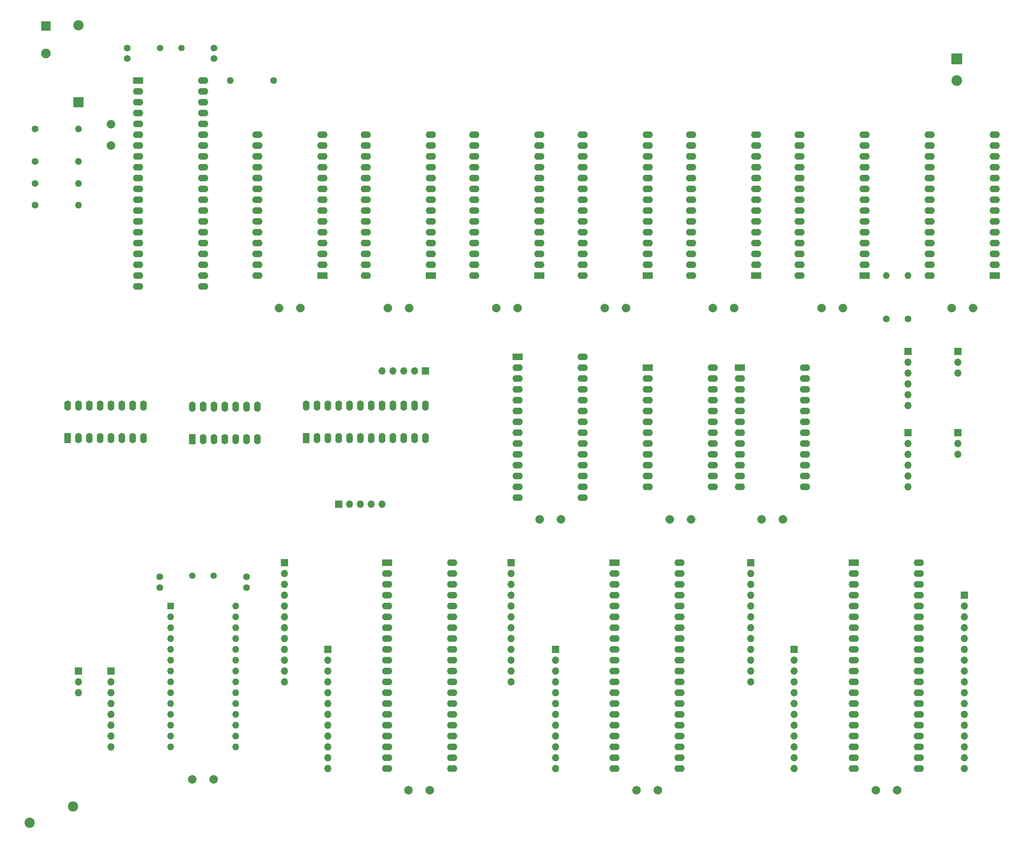
<source format=gts>
G04 #@! TF.GenerationSoftware,KiCad,Pcbnew,8.0.7*
G04 #@! TF.CreationDate,2025-01-05T11:59:37+01:00*
G04 #@! TF.ProjectId,CPU_X-3,4350555f-582d-4332-9e6b-696361645f70,2*
G04 #@! TF.SameCoordinates,Original*
G04 #@! TF.FileFunction,Soldermask,Top*
G04 #@! TF.FilePolarity,Negative*
%FSLAX46Y46*%
G04 Gerber Fmt 4.6, Leading zero omitted, Abs format (unit mm)*
G04 Created by KiCad (PCBNEW 8.0.7) date 2025-01-05 11:59:37*
%MOMM*%
%LPD*%
G01*
G04 APERTURE LIST*
%ADD10C,2.000000*%
%ADD11R,1.700000X1.700000*%
%ADD12O,1.700000X1.700000*%
%ADD13C,1.600000*%
%ADD14O,1.600000X1.600000*%
%ADD15R,1.600000X1.600000*%
%ADD16C,2.400000*%
%ADD17R,2.400000X1.600000*%
%ADD18O,2.400000X1.600000*%
%ADD19C,1.500000*%
%ADD20R,1.600000X2.400000*%
%ADD21O,1.600000X2.400000*%
%ADD22R,2.500000X2.500000*%
%ADD23C,2.500000*%
%ADD24R,2.400000X2.400000*%
%ADD25O,2.400000X2.400000*%
%ADD26R,2.250000X2.250000*%
%ADD27C,2.250000*%
G04 APERTURE END LIST*
D10*
X247730000Y-99060000D03*
X252730000Y-99060000D03*
D11*
X237490000Y-128270000D03*
D12*
X237490000Y-130810000D03*
X237490000Y-133350000D03*
X237490000Y-135890000D03*
X237490000Y-138430000D03*
X237490000Y-140970000D03*
D10*
X141050000Y-99060000D03*
X146050000Y-99060000D03*
D11*
X91440000Y-158750000D03*
D12*
X91440000Y-161290000D03*
X91440000Y-163830000D03*
X91440000Y-166370000D03*
X91440000Y-168910000D03*
X91440000Y-171450000D03*
X91440000Y-173990000D03*
X91440000Y-176530000D03*
X91440000Y-179070000D03*
X91440000Y-181610000D03*
X91440000Y-184150000D03*
X91440000Y-186690000D03*
D10*
X50800000Y-60960000D03*
X50800000Y-55960000D03*
D13*
X33020000Y-74930000D03*
D14*
X43180000Y-74930000D03*
D13*
X82550000Y-164572000D03*
X82550000Y-162072000D03*
D10*
X191810000Y-99060000D03*
X196810000Y-99060000D03*
D11*
X249174000Y-109220000D03*
D12*
X249174000Y-111760000D03*
X249174000Y-114300000D03*
D15*
X64770000Y-168910000D03*
D14*
X64770000Y-171450000D03*
X64770000Y-173990000D03*
X64770000Y-176530000D03*
X64770000Y-179070000D03*
X64770000Y-181610000D03*
X64770000Y-184150000D03*
X64770000Y-186690000D03*
X64770000Y-189230000D03*
X64770000Y-191770000D03*
X64770000Y-194310000D03*
X64770000Y-196850000D03*
X64770000Y-199390000D03*
X64770000Y-201930000D03*
X80010000Y-201930000D03*
X80010000Y-199390000D03*
X80010000Y-196850000D03*
X80010000Y-194310000D03*
X80010000Y-191770000D03*
X80010000Y-189230000D03*
X80010000Y-186690000D03*
X80010000Y-184150000D03*
X80010000Y-181610000D03*
X80010000Y-179070000D03*
X80010000Y-176530000D03*
X80010000Y-173990000D03*
X80010000Y-171450000D03*
X80010000Y-168910000D03*
D13*
X88900000Y-45720000D03*
D14*
X78740000Y-45720000D03*
D13*
X54610000Y-38100000D03*
X54610000Y-40600000D03*
D16*
X41910000Y-215900000D03*
D11*
X210820000Y-179070000D03*
D12*
X210820000Y-181610000D03*
X210820000Y-184150000D03*
X210820000Y-186690000D03*
X210820000Y-189230000D03*
X210820000Y-191770000D03*
X210820000Y-194310000D03*
X210820000Y-196850000D03*
X210820000Y-199390000D03*
X210820000Y-201930000D03*
X210820000Y-204470000D03*
X210820000Y-207010000D03*
D17*
X224790000Y-158750000D03*
D18*
X224790000Y-161290000D03*
X224790000Y-163830000D03*
X224790000Y-166370000D03*
X224790000Y-168910000D03*
X224790000Y-171450000D03*
X224790000Y-173990000D03*
X224790000Y-176530000D03*
X224790000Y-179070000D03*
X224790000Y-181610000D03*
X224790000Y-184150000D03*
X224790000Y-186690000D03*
X224790000Y-189230000D03*
X224790000Y-191770000D03*
X224790000Y-194310000D03*
X224790000Y-196850000D03*
X224790000Y-199390000D03*
X224790000Y-201930000D03*
X224790000Y-204470000D03*
X224790000Y-207010000D03*
X240030000Y-207010000D03*
X240030000Y-204470000D03*
X240030000Y-201930000D03*
X240030000Y-199390000D03*
X240030000Y-196850000D03*
X240030000Y-194310000D03*
X240030000Y-191770000D03*
X240030000Y-189230000D03*
X240030000Y-186690000D03*
X240030000Y-184150000D03*
X240030000Y-181610000D03*
X240030000Y-179070000D03*
X240030000Y-176530000D03*
X240030000Y-173990000D03*
X240030000Y-171450000D03*
X240030000Y-168910000D03*
X240030000Y-166370000D03*
X240030000Y-163830000D03*
X240030000Y-161290000D03*
X240030000Y-158750000D03*
D10*
X90170000Y-99060000D03*
X95170000Y-99060000D03*
D19*
X62312500Y-38100000D03*
X67312500Y-38100000D03*
D13*
X62230000Y-162072000D03*
X62230000Y-164572000D03*
D19*
X69850000Y-161798000D03*
X74850000Y-161798000D03*
D20*
X69850000Y-129794000D03*
D21*
X72390000Y-129794000D03*
X74930000Y-129794000D03*
X77470000Y-129794000D03*
X80010000Y-129794000D03*
X82550000Y-129794000D03*
X85090000Y-129794000D03*
X85090000Y-122174000D03*
X82550000Y-122174000D03*
X80010000Y-122174000D03*
X77470000Y-122174000D03*
X74930000Y-122174000D03*
X72390000Y-122174000D03*
X69850000Y-122174000D03*
D10*
X229950000Y-212090000D03*
X234950000Y-212090000D03*
X181690000Y-148590000D03*
X186690000Y-148590000D03*
D20*
X96520000Y-129540000D03*
D21*
X99060000Y-129540000D03*
X101600000Y-129540000D03*
X104140000Y-129540000D03*
X106680000Y-129540000D03*
X109220000Y-129540000D03*
X111760000Y-129540000D03*
X114300000Y-129540000D03*
X116840000Y-129540000D03*
X119380000Y-129540000D03*
X121920000Y-129540000D03*
X124460000Y-129540000D03*
X124460000Y-121920000D03*
X121920000Y-121920000D03*
X119380000Y-121920000D03*
X116840000Y-121920000D03*
X114300000Y-121920000D03*
X111760000Y-121920000D03*
X109220000Y-121920000D03*
X106680000Y-121920000D03*
X104140000Y-121920000D03*
X101600000Y-121920000D03*
X99060000Y-121920000D03*
X96520000Y-121920000D03*
D17*
X201930000Y-91440000D03*
D18*
X201930000Y-88900000D03*
X201930000Y-86360000D03*
X201930000Y-83820000D03*
X201930000Y-81280000D03*
X201930000Y-78740000D03*
X201930000Y-76200000D03*
X201930000Y-73660000D03*
X201930000Y-71120000D03*
X201930000Y-68580000D03*
X201930000Y-66040000D03*
X201930000Y-63500000D03*
X201930000Y-60960000D03*
X201930000Y-58420000D03*
X186690000Y-58420000D03*
X186690000Y-60960000D03*
X186690000Y-63500000D03*
X186690000Y-66040000D03*
X186690000Y-68580000D03*
X186690000Y-71120000D03*
X186690000Y-73660000D03*
X186690000Y-76200000D03*
X186690000Y-78740000D03*
X186690000Y-81280000D03*
X186690000Y-83820000D03*
X186690000Y-86360000D03*
X186690000Y-88900000D03*
X186690000Y-91440000D03*
D11*
X237490000Y-109220000D03*
D12*
X237490000Y-111760000D03*
X237490000Y-114300000D03*
X237490000Y-116840000D03*
X237490000Y-119380000D03*
X237490000Y-121920000D03*
D10*
X120476000Y-212090000D03*
X125476000Y-212090000D03*
X173926956Y-212090000D03*
X178926956Y-212090000D03*
D11*
X50800000Y-184150000D03*
D12*
X50800000Y-186690000D03*
X50800000Y-189230000D03*
X50800000Y-191770000D03*
X50800000Y-194310000D03*
X50800000Y-196850000D03*
X50800000Y-199390000D03*
X50800000Y-201930000D03*
D17*
X176530000Y-113030000D03*
D18*
X176530000Y-115570000D03*
X176530000Y-118110000D03*
X176530000Y-120650000D03*
X176530000Y-123190000D03*
X176530000Y-125730000D03*
X176530000Y-128270000D03*
X176530000Y-130810000D03*
X176530000Y-133350000D03*
X176530000Y-135890000D03*
X176530000Y-138430000D03*
X176530000Y-140970000D03*
X191770000Y-140970000D03*
X191770000Y-138430000D03*
X191770000Y-135890000D03*
X191770000Y-133350000D03*
X191770000Y-130810000D03*
X191770000Y-128270000D03*
X191770000Y-125730000D03*
X191770000Y-123190000D03*
X191770000Y-120650000D03*
X191770000Y-118110000D03*
X191770000Y-115570000D03*
X191770000Y-113030000D03*
D13*
X237490000Y-101600000D03*
D14*
X237490000Y-91440000D03*
D10*
X151210000Y-148590000D03*
X156210000Y-148590000D03*
D11*
X43180000Y-184150000D03*
D12*
X43180000Y-186690000D03*
X43180000Y-189230000D03*
D20*
X40640000Y-129540000D03*
D21*
X43180000Y-129540000D03*
X45720000Y-129540000D03*
X48260000Y-129540000D03*
X50800000Y-129540000D03*
X53340000Y-129540000D03*
X55880000Y-129540000D03*
X58420000Y-129540000D03*
X58420000Y-121920000D03*
X55880000Y-121920000D03*
X53340000Y-121920000D03*
X50800000Y-121920000D03*
X48260000Y-121920000D03*
X45720000Y-121920000D03*
X43180000Y-121920000D03*
X40640000Y-121920000D03*
D17*
X146050000Y-110490000D03*
D18*
X146050000Y-113030000D03*
X146050000Y-115570000D03*
X146050000Y-118110000D03*
X146050000Y-120650000D03*
X146050000Y-123190000D03*
X146050000Y-125730000D03*
X146050000Y-128270000D03*
X146050000Y-130810000D03*
X146050000Y-133350000D03*
X146050000Y-135890000D03*
X146050000Y-138430000D03*
X146050000Y-140970000D03*
X146050000Y-143510000D03*
X161290000Y-143510000D03*
X161290000Y-140970000D03*
X161290000Y-138430000D03*
X161290000Y-135890000D03*
X161290000Y-133350000D03*
X161290000Y-130810000D03*
X161290000Y-128270000D03*
X161290000Y-125730000D03*
X161290000Y-123190000D03*
X161290000Y-120650000D03*
X161290000Y-118110000D03*
X161290000Y-115570000D03*
X161290000Y-113030000D03*
X161290000Y-110490000D03*
D11*
X104140000Y-145034000D03*
D12*
X106680000Y-145034000D03*
X109220000Y-145034000D03*
X111760000Y-145034000D03*
X114300000Y-145034000D03*
D17*
X125730000Y-91440000D03*
D18*
X125730000Y-88900000D03*
X125730000Y-86360000D03*
X125730000Y-83820000D03*
X125730000Y-81280000D03*
X125730000Y-78740000D03*
X125730000Y-76200000D03*
X125730000Y-73660000D03*
X125730000Y-71120000D03*
X125730000Y-68580000D03*
X125730000Y-66040000D03*
X125730000Y-63500000D03*
X125730000Y-60960000D03*
X125730000Y-58420000D03*
X110490000Y-58420000D03*
X110490000Y-60960000D03*
X110490000Y-63500000D03*
X110490000Y-66040000D03*
X110490000Y-68580000D03*
X110490000Y-71120000D03*
X110490000Y-73660000D03*
X110490000Y-76200000D03*
X110490000Y-78740000D03*
X110490000Y-81280000D03*
X110490000Y-83820000D03*
X110490000Y-86360000D03*
X110490000Y-88900000D03*
X110490000Y-91440000D03*
D17*
X227330000Y-91440000D03*
D18*
X227330000Y-88900000D03*
X227330000Y-86360000D03*
X227330000Y-83820000D03*
X227330000Y-81280000D03*
X227330000Y-78740000D03*
X227330000Y-76200000D03*
X227330000Y-73660000D03*
X227330000Y-71120000D03*
X227330000Y-68580000D03*
X227330000Y-66040000D03*
X227330000Y-63500000D03*
X227330000Y-60960000D03*
X227330000Y-58420000D03*
X212090000Y-58420000D03*
X212090000Y-60960000D03*
X212090000Y-63500000D03*
X212090000Y-66040000D03*
X212090000Y-68580000D03*
X212090000Y-71120000D03*
X212090000Y-73660000D03*
X212090000Y-76200000D03*
X212090000Y-78740000D03*
X212090000Y-81280000D03*
X212090000Y-83820000D03*
X212090000Y-86360000D03*
X212090000Y-88900000D03*
X212090000Y-91440000D03*
D10*
X166450000Y-99060000D03*
X171450000Y-99060000D03*
D17*
X198120000Y-113030000D03*
D18*
X198120000Y-115570000D03*
X198120000Y-118110000D03*
X198120000Y-120650000D03*
X198120000Y-123190000D03*
X198120000Y-125730000D03*
X198120000Y-128270000D03*
X198120000Y-130810000D03*
X198120000Y-133350000D03*
X198120000Y-135890000D03*
X198120000Y-138430000D03*
X198120000Y-140970000D03*
X213360000Y-140970000D03*
X213360000Y-138430000D03*
X213360000Y-135890000D03*
X213360000Y-133350000D03*
X213360000Y-130810000D03*
X213360000Y-128270000D03*
X213360000Y-125730000D03*
X213360000Y-123190000D03*
X213360000Y-120650000D03*
X213360000Y-118110000D03*
X213360000Y-115570000D03*
X213360000Y-113030000D03*
D17*
X115505825Y-158750000D03*
D18*
X115505825Y-161290000D03*
X115505825Y-163830000D03*
X115505825Y-166370000D03*
X115505825Y-168910000D03*
X115505825Y-171450000D03*
X115505825Y-173990000D03*
X115505825Y-176530000D03*
X115505825Y-179070000D03*
X115505825Y-181610000D03*
X115505825Y-184150000D03*
X115505825Y-186690000D03*
X115505825Y-189230000D03*
X115505825Y-191770000D03*
X115505825Y-194310000D03*
X115505825Y-196850000D03*
X115505825Y-199390000D03*
X115505825Y-201930000D03*
X115505825Y-204470000D03*
X115505825Y-207010000D03*
X130745825Y-207010000D03*
X130745825Y-204470000D03*
X130745825Y-201930000D03*
X130745825Y-199390000D03*
X130745825Y-196850000D03*
X130745825Y-194310000D03*
X130745825Y-191770000D03*
X130745825Y-189230000D03*
X130745825Y-186690000D03*
X130745825Y-184150000D03*
X130745825Y-181610000D03*
X130745825Y-179070000D03*
X130745825Y-176530000D03*
X130745825Y-173990000D03*
X130745825Y-171450000D03*
X130745825Y-168910000D03*
X130745825Y-166370000D03*
X130745825Y-163830000D03*
X130745825Y-161290000D03*
X130745825Y-158750000D03*
D22*
X248920000Y-40640000D03*
D23*
X248920000Y-45720000D03*
D17*
X257810000Y-91440000D03*
D18*
X257810000Y-88900000D03*
X257810000Y-86360000D03*
X257810000Y-83820000D03*
X257810000Y-81280000D03*
X257810000Y-78740000D03*
X257810000Y-76200000D03*
X257810000Y-73660000D03*
X257810000Y-71120000D03*
X257810000Y-68580000D03*
X257810000Y-66040000D03*
X257810000Y-63500000D03*
X257810000Y-60960000D03*
X257810000Y-58420000D03*
X242570000Y-58420000D03*
X242570000Y-60960000D03*
X242570000Y-63500000D03*
X242570000Y-66040000D03*
X242570000Y-68580000D03*
X242570000Y-71120000D03*
X242570000Y-73660000D03*
X242570000Y-76200000D03*
X242570000Y-78740000D03*
X242570000Y-81280000D03*
X242570000Y-83820000D03*
X242570000Y-86360000D03*
X242570000Y-88900000D03*
X242570000Y-91440000D03*
D13*
X33020000Y-57040000D03*
D14*
X43180000Y-57040000D03*
D10*
X203200000Y-148590000D03*
X208200000Y-148590000D03*
D11*
X144526000Y-158750000D03*
D12*
X144526000Y-161290000D03*
X144526000Y-163830000D03*
X144526000Y-166370000D03*
X144526000Y-168910000D03*
X144526000Y-171450000D03*
X144526000Y-173990000D03*
X144526000Y-176530000D03*
X144526000Y-179070000D03*
X144526000Y-181610000D03*
X144526000Y-184150000D03*
X144526000Y-186690000D03*
D17*
X151130000Y-91440000D03*
D18*
X151130000Y-88900000D03*
X151130000Y-86360000D03*
X151130000Y-83820000D03*
X151130000Y-81280000D03*
X151130000Y-78740000D03*
X151130000Y-76200000D03*
X151130000Y-73660000D03*
X151130000Y-71120000D03*
X151130000Y-68580000D03*
X151130000Y-66040000D03*
X151130000Y-63500000D03*
X151130000Y-60960000D03*
X151130000Y-58420000D03*
X135890000Y-58420000D03*
X135890000Y-60960000D03*
X135890000Y-63500000D03*
X135890000Y-66040000D03*
X135890000Y-68580000D03*
X135890000Y-71120000D03*
X135890000Y-73660000D03*
X135890000Y-76200000D03*
X135890000Y-78740000D03*
X135890000Y-81280000D03*
X135890000Y-83820000D03*
X135890000Y-86360000D03*
X135890000Y-88900000D03*
X135890000Y-91440000D03*
D17*
X176530000Y-91440000D03*
D18*
X176530000Y-88900000D03*
X176530000Y-86360000D03*
X176530000Y-83820000D03*
X176530000Y-81280000D03*
X176530000Y-78740000D03*
X176530000Y-76200000D03*
X176530000Y-73660000D03*
X176530000Y-71120000D03*
X176530000Y-68580000D03*
X176530000Y-66040000D03*
X176530000Y-63500000D03*
X176530000Y-60960000D03*
X176530000Y-58420000D03*
X161290000Y-58420000D03*
X161290000Y-60960000D03*
X161290000Y-63500000D03*
X161290000Y-66040000D03*
X161290000Y-68580000D03*
X161290000Y-71120000D03*
X161290000Y-73660000D03*
X161290000Y-76200000D03*
X161290000Y-78740000D03*
X161290000Y-81280000D03*
X161290000Y-83820000D03*
X161290000Y-86360000D03*
X161290000Y-88900000D03*
X161290000Y-91440000D03*
D17*
X100330000Y-91440000D03*
D18*
X100330000Y-88900000D03*
X100330000Y-86360000D03*
X100330000Y-83820000D03*
X100330000Y-81280000D03*
X100330000Y-78740000D03*
X100330000Y-76200000D03*
X100330000Y-73660000D03*
X100330000Y-71120000D03*
X100330000Y-68580000D03*
X100330000Y-66040000D03*
X100330000Y-63500000D03*
X100330000Y-60960000D03*
X100330000Y-58420000D03*
X85090000Y-58420000D03*
X85090000Y-60960000D03*
X85090000Y-63500000D03*
X85090000Y-66040000D03*
X85090000Y-68580000D03*
X85090000Y-71120000D03*
X85090000Y-73660000D03*
X85090000Y-76200000D03*
X85090000Y-78740000D03*
X85090000Y-81280000D03*
X85090000Y-83820000D03*
X85090000Y-86360000D03*
X85090000Y-88900000D03*
X85090000Y-91440000D03*
D10*
X217250000Y-99060000D03*
X222250000Y-99060000D03*
D11*
X200660000Y-158750000D03*
D12*
X200660000Y-161290000D03*
X200660000Y-163830000D03*
X200660000Y-166370000D03*
X200660000Y-168910000D03*
X200660000Y-171450000D03*
X200660000Y-173990000D03*
X200660000Y-176530000D03*
X200660000Y-179070000D03*
X200660000Y-181610000D03*
X200660000Y-184150000D03*
X200660000Y-186690000D03*
D10*
X115650000Y-99060000D03*
X120650000Y-99060000D03*
D11*
X250698000Y-166370000D03*
D12*
X250698000Y-168910000D03*
X250698000Y-171450000D03*
X250698000Y-173990000D03*
X250698000Y-176530000D03*
X250698000Y-179070000D03*
X250698000Y-181610000D03*
X250698000Y-184150000D03*
X250698000Y-186690000D03*
X250698000Y-189230000D03*
X250698000Y-191770000D03*
X250698000Y-194310000D03*
X250698000Y-196850000D03*
X250698000Y-199390000D03*
X250698000Y-201930000D03*
X250698000Y-204470000D03*
X250698000Y-207010000D03*
D16*
X31750000Y-219710000D03*
D13*
X33020000Y-69850000D03*
D14*
X43180000Y-69850000D03*
D24*
X43180000Y-50800000D03*
D25*
X43180000Y-32800000D03*
D11*
X249174000Y-128270000D03*
D12*
X249174000Y-130810000D03*
X249174000Y-133350000D03*
D13*
X33020000Y-64660000D03*
D14*
X43180000Y-64660000D03*
D11*
X124460000Y-113792000D03*
D12*
X121920000Y-113792000D03*
X119380000Y-113792000D03*
X116840000Y-113792000D03*
X114300000Y-113792000D03*
D11*
X101600000Y-179070000D03*
D12*
X101600000Y-181610000D03*
X101600000Y-184150000D03*
X101600000Y-186690000D03*
X101600000Y-189230000D03*
X101600000Y-191770000D03*
X101600000Y-194310000D03*
X101600000Y-196850000D03*
X101600000Y-199390000D03*
X101600000Y-201930000D03*
X101600000Y-204470000D03*
X101600000Y-207010000D03*
D13*
X74930000Y-40600000D03*
X74930000Y-38100000D03*
D26*
X35565000Y-32905000D03*
D27*
X35565000Y-39405000D03*
D17*
X168766956Y-158750000D03*
D18*
X168766956Y-161290000D03*
X168766956Y-163830000D03*
X168766956Y-166370000D03*
X168766956Y-168910000D03*
X168766956Y-171450000D03*
X168766956Y-173990000D03*
X168766956Y-176530000D03*
X168766956Y-179070000D03*
X168766956Y-181610000D03*
X168766956Y-184150000D03*
X168766956Y-186690000D03*
X168766956Y-189230000D03*
X168766956Y-191770000D03*
X168766956Y-194310000D03*
X168766956Y-196850000D03*
X168766956Y-199390000D03*
X168766956Y-201930000D03*
X168766956Y-204470000D03*
X168766956Y-207010000D03*
X184006956Y-207010000D03*
X184006956Y-204470000D03*
X184006956Y-201930000D03*
X184006956Y-199390000D03*
X184006956Y-196850000D03*
X184006956Y-194310000D03*
X184006956Y-191770000D03*
X184006956Y-189230000D03*
X184006956Y-186690000D03*
X184006956Y-184150000D03*
X184006956Y-181610000D03*
X184006956Y-179070000D03*
X184006956Y-176530000D03*
X184006956Y-173990000D03*
X184006956Y-171450000D03*
X184006956Y-168910000D03*
X184006956Y-166370000D03*
X184006956Y-163830000D03*
X184006956Y-161290000D03*
X184006956Y-158750000D03*
D11*
X154940000Y-179070000D03*
D12*
X154940000Y-181610000D03*
X154940000Y-184150000D03*
X154940000Y-186690000D03*
X154940000Y-189230000D03*
X154940000Y-191770000D03*
X154940000Y-194310000D03*
X154940000Y-196850000D03*
X154940000Y-199390000D03*
X154940000Y-201930000D03*
X154940000Y-204470000D03*
X154940000Y-207010000D03*
D10*
X74890000Y-209550000D03*
X69890000Y-209550000D03*
D17*
X57155000Y-45720000D03*
D18*
X57155000Y-48260000D03*
X57155000Y-50800000D03*
X57155000Y-53340000D03*
X57155000Y-55880000D03*
X57155000Y-58420000D03*
X57155000Y-60960000D03*
X57155000Y-63500000D03*
X57155000Y-66040000D03*
X57155000Y-68580000D03*
X57155000Y-71120000D03*
X57155000Y-73660000D03*
X57155000Y-76200000D03*
X57155000Y-78740000D03*
X57155000Y-81280000D03*
X57155000Y-83820000D03*
X57155000Y-86360000D03*
X57155000Y-88900000D03*
X57155000Y-91440000D03*
X57155000Y-93980000D03*
X72395000Y-93980000D03*
X72395000Y-91440000D03*
X72395000Y-88900000D03*
X72395000Y-86360000D03*
X72395000Y-83820000D03*
X72395000Y-81280000D03*
X72395000Y-78740000D03*
X72395000Y-76200000D03*
X72395000Y-73660000D03*
X72395000Y-71120000D03*
X72395000Y-68580000D03*
X72395000Y-66040000D03*
X72395000Y-63500000D03*
X72395000Y-60960000D03*
X72395000Y-58420000D03*
X72395000Y-55880000D03*
X72395000Y-53340000D03*
X72395000Y-50800000D03*
X72395000Y-48260000D03*
X72395000Y-45720000D03*
D13*
X232410000Y-101600000D03*
D14*
X232410000Y-91440000D03*
M02*

</source>
